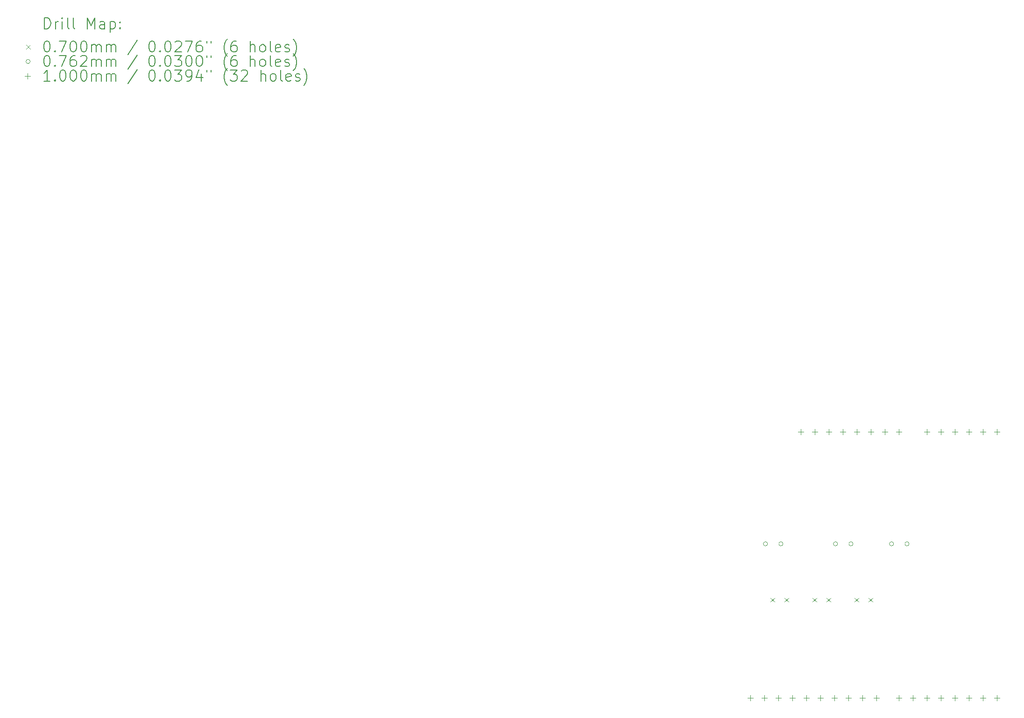
<source format=gbr>
%TF.GenerationSoftware,KiCad,Pcbnew,(6.0.7)*%
%TF.CreationDate,2022-08-16T17:30:39+09:00*%
%TF.ProjectId,uno_shield,756e6f5f-7368-4696-956c-642e6b696361,rev?*%
%TF.SameCoordinates,Original*%
%TF.FileFunction,Drillmap*%
%TF.FilePolarity,Positive*%
%FSLAX45Y45*%
G04 Gerber Fmt 4.5, Leading zero omitted, Abs format (unit mm)*
G04 Created by KiCad (PCBNEW (6.0.7)) date 2022-08-16 17:30:39*
%MOMM*%
%LPD*%
G01*
G04 APERTURE LIST*
%ADD10C,0.200000*%
%ADD11C,0.070000*%
%ADD12C,0.076200*%
%ADD13C,0.100000*%
G04 APERTURE END LIST*
D10*
D11*
X13427000Y-10633000D02*
X13497000Y-10703000D01*
X13497000Y-10633000D02*
X13427000Y-10703000D01*
X13681000Y-10633000D02*
X13751000Y-10703000D01*
X13751000Y-10633000D02*
X13681000Y-10703000D01*
X14189000Y-10633000D02*
X14259000Y-10703000D01*
X14259000Y-10633000D02*
X14189000Y-10703000D01*
X14443000Y-10633000D02*
X14513000Y-10703000D01*
X14513000Y-10633000D02*
X14443000Y-10703000D01*
X14951000Y-10633000D02*
X15021000Y-10703000D01*
X15021000Y-10633000D02*
X14951000Y-10703000D01*
X15205000Y-10633000D02*
X15275000Y-10703000D01*
X15275000Y-10633000D02*
X15205000Y-10703000D01*
D12*
X13370100Y-9652000D02*
G75*
G03*
X13370100Y-9652000I-38100J0D01*
G01*
X13650100Y-9652000D02*
G75*
G03*
X13650100Y-9652000I-38100J0D01*
G01*
X14640100Y-9652000D02*
G75*
G03*
X14640100Y-9652000I-38100J0D01*
G01*
X14920100Y-9652000D02*
G75*
G03*
X14920100Y-9652000I-38100J0D01*
G01*
X15656100Y-9652000D02*
G75*
G03*
X15656100Y-9652000I-38100J0D01*
G01*
X15936100Y-9652000D02*
G75*
G03*
X15936100Y-9652000I-38100J0D01*
G01*
D13*
X13056000Y-12396000D02*
X13056000Y-12496000D01*
X13006000Y-12446000D02*
X13106000Y-12446000D01*
X13310000Y-12396000D02*
X13310000Y-12496000D01*
X13260000Y-12446000D02*
X13360000Y-12446000D01*
X13564000Y-12396000D02*
X13564000Y-12496000D01*
X13514000Y-12446000D02*
X13614000Y-12446000D01*
X13818000Y-12396000D02*
X13818000Y-12496000D01*
X13768000Y-12446000D02*
X13868000Y-12446000D01*
X13970000Y-7570000D02*
X13970000Y-7670000D01*
X13920000Y-7620000D02*
X14020000Y-7620000D01*
X14072000Y-12396000D02*
X14072000Y-12496000D01*
X14022000Y-12446000D02*
X14122000Y-12446000D01*
X14224000Y-7570000D02*
X14224000Y-7670000D01*
X14174000Y-7620000D02*
X14274000Y-7620000D01*
X14326000Y-12396000D02*
X14326000Y-12496000D01*
X14276000Y-12446000D02*
X14376000Y-12446000D01*
X14478000Y-7570000D02*
X14478000Y-7670000D01*
X14428000Y-7620000D02*
X14528000Y-7620000D01*
X14580000Y-12396000D02*
X14580000Y-12496000D01*
X14530000Y-12446000D02*
X14630000Y-12446000D01*
X14732000Y-7570000D02*
X14732000Y-7670000D01*
X14682000Y-7620000D02*
X14782000Y-7620000D01*
X14834000Y-12396000D02*
X14834000Y-12496000D01*
X14784000Y-12446000D02*
X14884000Y-12446000D01*
X14986000Y-7570000D02*
X14986000Y-7670000D01*
X14936000Y-7620000D02*
X15036000Y-7620000D01*
X15088000Y-12396000D02*
X15088000Y-12496000D01*
X15038000Y-12446000D02*
X15138000Y-12446000D01*
X15240000Y-7570000D02*
X15240000Y-7670000D01*
X15190000Y-7620000D02*
X15290000Y-7620000D01*
X15342000Y-12396000D02*
X15342000Y-12496000D01*
X15292000Y-12446000D02*
X15392000Y-12446000D01*
X15494000Y-7570000D02*
X15494000Y-7670000D01*
X15444000Y-7620000D02*
X15544000Y-7620000D01*
X15748000Y-7570000D02*
X15748000Y-7670000D01*
X15698000Y-7620000D02*
X15798000Y-7620000D01*
X15748000Y-12396000D02*
X15748000Y-12496000D01*
X15698000Y-12446000D02*
X15798000Y-12446000D01*
X16002000Y-12396000D02*
X16002000Y-12496000D01*
X15952000Y-12446000D02*
X16052000Y-12446000D01*
X16256000Y-7570000D02*
X16256000Y-7670000D01*
X16206000Y-7620000D02*
X16306000Y-7620000D01*
X16256000Y-12396000D02*
X16256000Y-12496000D01*
X16206000Y-12446000D02*
X16306000Y-12446000D01*
X16510000Y-7570000D02*
X16510000Y-7670000D01*
X16460000Y-7620000D02*
X16560000Y-7620000D01*
X16510000Y-12396000D02*
X16510000Y-12496000D01*
X16460000Y-12446000D02*
X16560000Y-12446000D01*
X16764000Y-7570000D02*
X16764000Y-7670000D01*
X16714000Y-7620000D02*
X16814000Y-7620000D01*
X16764000Y-12396000D02*
X16764000Y-12496000D01*
X16714000Y-12446000D02*
X16814000Y-12446000D01*
X17018000Y-7570000D02*
X17018000Y-7670000D01*
X16968000Y-7620000D02*
X17068000Y-7620000D01*
X17018000Y-12396000D02*
X17018000Y-12496000D01*
X16968000Y-12446000D02*
X17068000Y-12446000D01*
X17272000Y-7570000D02*
X17272000Y-7670000D01*
X17222000Y-7620000D02*
X17322000Y-7620000D01*
X17272000Y-12396000D02*
X17272000Y-12496000D01*
X17222000Y-12446000D02*
X17322000Y-12446000D01*
X17526000Y-7570000D02*
X17526000Y-7670000D01*
X17476000Y-7620000D02*
X17576000Y-7620000D01*
X17526000Y-12396000D02*
X17526000Y-12496000D01*
X17476000Y-12446000D02*
X17576000Y-12446000D01*
D10*
X257619Y-310476D02*
X257619Y-110476D01*
X305238Y-110476D01*
X333810Y-120000D01*
X352857Y-139048D01*
X362381Y-158095D01*
X371905Y-196190D01*
X371905Y-224762D01*
X362381Y-262857D01*
X352857Y-281905D01*
X333810Y-300952D01*
X305238Y-310476D01*
X257619Y-310476D01*
X457619Y-310476D02*
X457619Y-177143D01*
X457619Y-215238D02*
X467143Y-196190D01*
X476667Y-186667D01*
X495714Y-177143D01*
X514762Y-177143D01*
X581429Y-310476D02*
X581429Y-177143D01*
X581429Y-110476D02*
X571905Y-120000D01*
X581429Y-129524D01*
X590952Y-120000D01*
X581429Y-110476D01*
X581429Y-129524D01*
X705238Y-310476D02*
X686190Y-300952D01*
X676667Y-281905D01*
X676667Y-110476D01*
X810000Y-310476D02*
X790952Y-300952D01*
X781428Y-281905D01*
X781428Y-110476D01*
X1038571Y-310476D02*
X1038571Y-110476D01*
X1105238Y-253333D01*
X1171905Y-110476D01*
X1171905Y-310476D01*
X1352857Y-310476D02*
X1352857Y-205714D01*
X1343333Y-186667D01*
X1324286Y-177143D01*
X1286190Y-177143D01*
X1267143Y-186667D01*
X1352857Y-300952D02*
X1333810Y-310476D01*
X1286190Y-310476D01*
X1267143Y-300952D01*
X1257619Y-281905D01*
X1257619Y-262857D01*
X1267143Y-243809D01*
X1286190Y-234286D01*
X1333810Y-234286D01*
X1352857Y-224762D01*
X1448095Y-177143D02*
X1448095Y-377143D01*
X1448095Y-186667D02*
X1467143Y-177143D01*
X1505238Y-177143D01*
X1524286Y-186667D01*
X1533809Y-196190D01*
X1543333Y-215238D01*
X1543333Y-272381D01*
X1533809Y-291429D01*
X1524286Y-300952D01*
X1505238Y-310476D01*
X1467143Y-310476D01*
X1448095Y-300952D01*
X1629048Y-291429D02*
X1638571Y-300952D01*
X1629048Y-310476D01*
X1619524Y-300952D01*
X1629048Y-291429D01*
X1629048Y-310476D01*
X1629048Y-186667D02*
X1638571Y-196190D01*
X1629048Y-205714D01*
X1619524Y-196190D01*
X1629048Y-186667D01*
X1629048Y-205714D01*
D11*
X-70000Y-605000D02*
X0Y-675000D01*
X0Y-605000D02*
X-70000Y-675000D01*
D10*
X295714Y-530476D02*
X314762Y-530476D01*
X333810Y-540000D01*
X343333Y-549524D01*
X352857Y-568571D01*
X362381Y-606667D01*
X362381Y-654286D01*
X352857Y-692381D01*
X343333Y-711428D01*
X333810Y-720952D01*
X314762Y-730476D01*
X295714Y-730476D01*
X276667Y-720952D01*
X267143Y-711428D01*
X257619Y-692381D01*
X248095Y-654286D01*
X248095Y-606667D01*
X257619Y-568571D01*
X267143Y-549524D01*
X276667Y-540000D01*
X295714Y-530476D01*
X448095Y-711428D02*
X457619Y-720952D01*
X448095Y-730476D01*
X438571Y-720952D01*
X448095Y-711428D01*
X448095Y-730476D01*
X524286Y-530476D02*
X657619Y-530476D01*
X571905Y-730476D01*
X771905Y-530476D02*
X790952Y-530476D01*
X810000Y-540000D01*
X819524Y-549524D01*
X829048Y-568571D01*
X838571Y-606667D01*
X838571Y-654286D01*
X829048Y-692381D01*
X819524Y-711428D01*
X810000Y-720952D01*
X790952Y-730476D01*
X771905Y-730476D01*
X752857Y-720952D01*
X743333Y-711428D01*
X733809Y-692381D01*
X724286Y-654286D01*
X724286Y-606667D01*
X733809Y-568571D01*
X743333Y-549524D01*
X752857Y-540000D01*
X771905Y-530476D01*
X962381Y-530476D02*
X981428Y-530476D01*
X1000476Y-540000D01*
X1010000Y-549524D01*
X1019524Y-568571D01*
X1029048Y-606667D01*
X1029048Y-654286D01*
X1019524Y-692381D01*
X1010000Y-711428D01*
X1000476Y-720952D01*
X981428Y-730476D01*
X962381Y-730476D01*
X943333Y-720952D01*
X933809Y-711428D01*
X924286Y-692381D01*
X914762Y-654286D01*
X914762Y-606667D01*
X924286Y-568571D01*
X933809Y-549524D01*
X943333Y-540000D01*
X962381Y-530476D01*
X1114762Y-730476D02*
X1114762Y-597143D01*
X1114762Y-616190D02*
X1124286Y-606667D01*
X1143333Y-597143D01*
X1171905Y-597143D01*
X1190952Y-606667D01*
X1200476Y-625714D01*
X1200476Y-730476D01*
X1200476Y-625714D02*
X1210000Y-606667D01*
X1229048Y-597143D01*
X1257619Y-597143D01*
X1276667Y-606667D01*
X1286190Y-625714D01*
X1286190Y-730476D01*
X1381429Y-730476D02*
X1381429Y-597143D01*
X1381429Y-616190D02*
X1390952Y-606667D01*
X1410000Y-597143D01*
X1438571Y-597143D01*
X1457619Y-606667D01*
X1467143Y-625714D01*
X1467143Y-730476D01*
X1467143Y-625714D02*
X1476667Y-606667D01*
X1495714Y-597143D01*
X1524286Y-597143D01*
X1543333Y-606667D01*
X1552857Y-625714D01*
X1552857Y-730476D01*
X1943333Y-520952D02*
X1771905Y-778095D01*
X2200476Y-530476D02*
X2219524Y-530476D01*
X2238571Y-540000D01*
X2248095Y-549524D01*
X2257619Y-568571D01*
X2267143Y-606667D01*
X2267143Y-654286D01*
X2257619Y-692381D01*
X2248095Y-711428D01*
X2238571Y-720952D01*
X2219524Y-730476D01*
X2200476Y-730476D01*
X2181429Y-720952D01*
X2171905Y-711428D01*
X2162381Y-692381D01*
X2152857Y-654286D01*
X2152857Y-606667D01*
X2162381Y-568571D01*
X2171905Y-549524D01*
X2181429Y-540000D01*
X2200476Y-530476D01*
X2352857Y-711428D02*
X2362381Y-720952D01*
X2352857Y-730476D01*
X2343333Y-720952D01*
X2352857Y-711428D01*
X2352857Y-730476D01*
X2486190Y-530476D02*
X2505238Y-530476D01*
X2524286Y-540000D01*
X2533810Y-549524D01*
X2543333Y-568571D01*
X2552857Y-606667D01*
X2552857Y-654286D01*
X2543333Y-692381D01*
X2533810Y-711428D01*
X2524286Y-720952D01*
X2505238Y-730476D01*
X2486190Y-730476D01*
X2467143Y-720952D01*
X2457619Y-711428D01*
X2448095Y-692381D01*
X2438571Y-654286D01*
X2438571Y-606667D01*
X2448095Y-568571D01*
X2457619Y-549524D01*
X2467143Y-540000D01*
X2486190Y-530476D01*
X2629048Y-549524D02*
X2638571Y-540000D01*
X2657619Y-530476D01*
X2705238Y-530476D01*
X2724286Y-540000D01*
X2733810Y-549524D01*
X2743333Y-568571D01*
X2743333Y-587619D01*
X2733810Y-616190D01*
X2619524Y-730476D01*
X2743333Y-730476D01*
X2810000Y-530476D02*
X2943333Y-530476D01*
X2857619Y-730476D01*
X3105238Y-530476D02*
X3067143Y-530476D01*
X3048095Y-540000D01*
X3038571Y-549524D01*
X3019524Y-578095D01*
X3010000Y-616190D01*
X3010000Y-692381D01*
X3019524Y-711428D01*
X3029048Y-720952D01*
X3048095Y-730476D01*
X3086190Y-730476D01*
X3105238Y-720952D01*
X3114762Y-711428D01*
X3124286Y-692381D01*
X3124286Y-644762D01*
X3114762Y-625714D01*
X3105238Y-616190D01*
X3086190Y-606667D01*
X3048095Y-606667D01*
X3029048Y-616190D01*
X3019524Y-625714D01*
X3010000Y-644762D01*
X3200476Y-530476D02*
X3200476Y-568571D01*
X3276667Y-530476D02*
X3276667Y-568571D01*
X3571905Y-806667D02*
X3562381Y-797143D01*
X3543333Y-768571D01*
X3533809Y-749524D01*
X3524286Y-720952D01*
X3514762Y-673333D01*
X3514762Y-635238D01*
X3524286Y-587619D01*
X3533809Y-559048D01*
X3543333Y-540000D01*
X3562381Y-511428D01*
X3571905Y-501905D01*
X3733809Y-530476D02*
X3695714Y-530476D01*
X3676667Y-540000D01*
X3667143Y-549524D01*
X3648095Y-578095D01*
X3638571Y-616190D01*
X3638571Y-692381D01*
X3648095Y-711428D01*
X3657619Y-720952D01*
X3676667Y-730476D01*
X3714762Y-730476D01*
X3733809Y-720952D01*
X3743333Y-711428D01*
X3752857Y-692381D01*
X3752857Y-644762D01*
X3743333Y-625714D01*
X3733809Y-616190D01*
X3714762Y-606667D01*
X3676667Y-606667D01*
X3657619Y-616190D01*
X3648095Y-625714D01*
X3638571Y-644762D01*
X3990952Y-730476D02*
X3990952Y-530476D01*
X4076667Y-730476D02*
X4076667Y-625714D01*
X4067143Y-606667D01*
X4048095Y-597143D01*
X4019524Y-597143D01*
X4000476Y-606667D01*
X3990952Y-616190D01*
X4200476Y-730476D02*
X4181428Y-720952D01*
X4171905Y-711428D01*
X4162381Y-692381D01*
X4162381Y-635238D01*
X4171905Y-616190D01*
X4181428Y-606667D01*
X4200476Y-597143D01*
X4229048Y-597143D01*
X4248095Y-606667D01*
X4257619Y-616190D01*
X4267143Y-635238D01*
X4267143Y-692381D01*
X4257619Y-711428D01*
X4248095Y-720952D01*
X4229048Y-730476D01*
X4200476Y-730476D01*
X4381429Y-730476D02*
X4362381Y-720952D01*
X4352857Y-701905D01*
X4352857Y-530476D01*
X4533810Y-720952D02*
X4514762Y-730476D01*
X4476667Y-730476D01*
X4457619Y-720952D01*
X4448095Y-701905D01*
X4448095Y-625714D01*
X4457619Y-606667D01*
X4476667Y-597143D01*
X4514762Y-597143D01*
X4533810Y-606667D01*
X4543333Y-625714D01*
X4543333Y-644762D01*
X4448095Y-663810D01*
X4619524Y-720952D02*
X4638571Y-730476D01*
X4676667Y-730476D01*
X4695714Y-720952D01*
X4705238Y-701905D01*
X4705238Y-692381D01*
X4695714Y-673333D01*
X4676667Y-663810D01*
X4648095Y-663810D01*
X4629048Y-654286D01*
X4619524Y-635238D01*
X4619524Y-625714D01*
X4629048Y-606667D01*
X4648095Y-597143D01*
X4676667Y-597143D01*
X4695714Y-606667D01*
X4771905Y-806667D02*
X4781429Y-797143D01*
X4800476Y-768571D01*
X4810000Y-749524D01*
X4819524Y-720952D01*
X4829048Y-673333D01*
X4829048Y-635238D01*
X4819524Y-587619D01*
X4810000Y-559048D01*
X4800476Y-540000D01*
X4781429Y-511428D01*
X4771905Y-501905D01*
D12*
X0Y-904000D02*
G75*
G03*
X0Y-904000I-38100J0D01*
G01*
D10*
X295714Y-794476D02*
X314762Y-794476D01*
X333810Y-804000D01*
X343333Y-813524D01*
X352857Y-832571D01*
X362381Y-870667D01*
X362381Y-918286D01*
X352857Y-956381D01*
X343333Y-975428D01*
X333810Y-984952D01*
X314762Y-994476D01*
X295714Y-994476D01*
X276667Y-984952D01*
X267143Y-975428D01*
X257619Y-956381D01*
X248095Y-918286D01*
X248095Y-870667D01*
X257619Y-832571D01*
X267143Y-813524D01*
X276667Y-804000D01*
X295714Y-794476D01*
X448095Y-975428D02*
X457619Y-984952D01*
X448095Y-994476D01*
X438571Y-984952D01*
X448095Y-975428D01*
X448095Y-994476D01*
X524286Y-794476D02*
X657619Y-794476D01*
X571905Y-994476D01*
X819524Y-794476D02*
X781428Y-794476D01*
X762381Y-804000D01*
X752857Y-813524D01*
X733809Y-842095D01*
X724286Y-880190D01*
X724286Y-956381D01*
X733809Y-975428D01*
X743333Y-984952D01*
X762381Y-994476D01*
X800476Y-994476D01*
X819524Y-984952D01*
X829048Y-975428D01*
X838571Y-956381D01*
X838571Y-908762D01*
X829048Y-889714D01*
X819524Y-880190D01*
X800476Y-870667D01*
X762381Y-870667D01*
X743333Y-880190D01*
X733809Y-889714D01*
X724286Y-908762D01*
X914762Y-813524D02*
X924286Y-804000D01*
X943333Y-794476D01*
X990952Y-794476D01*
X1010000Y-804000D01*
X1019524Y-813524D01*
X1029048Y-832571D01*
X1029048Y-851619D01*
X1019524Y-880190D01*
X905238Y-994476D01*
X1029048Y-994476D01*
X1114762Y-994476D02*
X1114762Y-861143D01*
X1114762Y-880190D02*
X1124286Y-870667D01*
X1143333Y-861143D01*
X1171905Y-861143D01*
X1190952Y-870667D01*
X1200476Y-889714D01*
X1200476Y-994476D01*
X1200476Y-889714D02*
X1210000Y-870667D01*
X1229048Y-861143D01*
X1257619Y-861143D01*
X1276667Y-870667D01*
X1286190Y-889714D01*
X1286190Y-994476D01*
X1381429Y-994476D02*
X1381429Y-861143D01*
X1381429Y-880190D02*
X1390952Y-870667D01*
X1410000Y-861143D01*
X1438571Y-861143D01*
X1457619Y-870667D01*
X1467143Y-889714D01*
X1467143Y-994476D01*
X1467143Y-889714D02*
X1476667Y-870667D01*
X1495714Y-861143D01*
X1524286Y-861143D01*
X1543333Y-870667D01*
X1552857Y-889714D01*
X1552857Y-994476D01*
X1943333Y-784952D02*
X1771905Y-1042095D01*
X2200476Y-794476D02*
X2219524Y-794476D01*
X2238571Y-804000D01*
X2248095Y-813524D01*
X2257619Y-832571D01*
X2267143Y-870667D01*
X2267143Y-918286D01*
X2257619Y-956381D01*
X2248095Y-975428D01*
X2238571Y-984952D01*
X2219524Y-994476D01*
X2200476Y-994476D01*
X2181429Y-984952D01*
X2171905Y-975428D01*
X2162381Y-956381D01*
X2152857Y-918286D01*
X2152857Y-870667D01*
X2162381Y-832571D01*
X2171905Y-813524D01*
X2181429Y-804000D01*
X2200476Y-794476D01*
X2352857Y-975428D02*
X2362381Y-984952D01*
X2352857Y-994476D01*
X2343333Y-984952D01*
X2352857Y-975428D01*
X2352857Y-994476D01*
X2486190Y-794476D02*
X2505238Y-794476D01*
X2524286Y-804000D01*
X2533810Y-813524D01*
X2543333Y-832571D01*
X2552857Y-870667D01*
X2552857Y-918286D01*
X2543333Y-956381D01*
X2533810Y-975428D01*
X2524286Y-984952D01*
X2505238Y-994476D01*
X2486190Y-994476D01*
X2467143Y-984952D01*
X2457619Y-975428D01*
X2448095Y-956381D01*
X2438571Y-918286D01*
X2438571Y-870667D01*
X2448095Y-832571D01*
X2457619Y-813524D01*
X2467143Y-804000D01*
X2486190Y-794476D01*
X2619524Y-794476D02*
X2743333Y-794476D01*
X2676667Y-870667D01*
X2705238Y-870667D01*
X2724286Y-880190D01*
X2733810Y-889714D01*
X2743333Y-908762D01*
X2743333Y-956381D01*
X2733810Y-975428D01*
X2724286Y-984952D01*
X2705238Y-994476D01*
X2648095Y-994476D01*
X2629048Y-984952D01*
X2619524Y-975428D01*
X2867143Y-794476D02*
X2886190Y-794476D01*
X2905238Y-804000D01*
X2914762Y-813524D01*
X2924286Y-832571D01*
X2933809Y-870667D01*
X2933809Y-918286D01*
X2924286Y-956381D01*
X2914762Y-975428D01*
X2905238Y-984952D01*
X2886190Y-994476D01*
X2867143Y-994476D01*
X2848095Y-984952D01*
X2838571Y-975428D01*
X2829048Y-956381D01*
X2819524Y-918286D01*
X2819524Y-870667D01*
X2829048Y-832571D01*
X2838571Y-813524D01*
X2848095Y-804000D01*
X2867143Y-794476D01*
X3057619Y-794476D02*
X3076667Y-794476D01*
X3095714Y-804000D01*
X3105238Y-813524D01*
X3114762Y-832571D01*
X3124286Y-870667D01*
X3124286Y-918286D01*
X3114762Y-956381D01*
X3105238Y-975428D01*
X3095714Y-984952D01*
X3076667Y-994476D01*
X3057619Y-994476D01*
X3038571Y-984952D01*
X3029048Y-975428D01*
X3019524Y-956381D01*
X3010000Y-918286D01*
X3010000Y-870667D01*
X3019524Y-832571D01*
X3029048Y-813524D01*
X3038571Y-804000D01*
X3057619Y-794476D01*
X3200476Y-794476D02*
X3200476Y-832571D01*
X3276667Y-794476D02*
X3276667Y-832571D01*
X3571905Y-1070667D02*
X3562381Y-1061143D01*
X3543333Y-1032571D01*
X3533809Y-1013524D01*
X3524286Y-984952D01*
X3514762Y-937333D01*
X3514762Y-899238D01*
X3524286Y-851619D01*
X3533809Y-823048D01*
X3543333Y-804000D01*
X3562381Y-775428D01*
X3571905Y-765905D01*
X3733809Y-794476D02*
X3695714Y-794476D01*
X3676667Y-804000D01*
X3667143Y-813524D01*
X3648095Y-842095D01*
X3638571Y-880190D01*
X3638571Y-956381D01*
X3648095Y-975428D01*
X3657619Y-984952D01*
X3676667Y-994476D01*
X3714762Y-994476D01*
X3733809Y-984952D01*
X3743333Y-975428D01*
X3752857Y-956381D01*
X3752857Y-908762D01*
X3743333Y-889714D01*
X3733809Y-880190D01*
X3714762Y-870667D01*
X3676667Y-870667D01*
X3657619Y-880190D01*
X3648095Y-889714D01*
X3638571Y-908762D01*
X3990952Y-994476D02*
X3990952Y-794476D01*
X4076667Y-994476D02*
X4076667Y-889714D01*
X4067143Y-870667D01*
X4048095Y-861143D01*
X4019524Y-861143D01*
X4000476Y-870667D01*
X3990952Y-880190D01*
X4200476Y-994476D02*
X4181428Y-984952D01*
X4171905Y-975428D01*
X4162381Y-956381D01*
X4162381Y-899238D01*
X4171905Y-880190D01*
X4181428Y-870667D01*
X4200476Y-861143D01*
X4229048Y-861143D01*
X4248095Y-870667D01*
X4257619Y-880190D01*
X4267143Y-899238D01*
X4267143Y-956381D01*
X4257619Y-975428D01*
X4248095Y-984952D01*
X4229048Y-994476D01*
X4200476Y-994476D01*
X4381429Y-994476D02*
X4362381Y-984952D01*
X4352857Y-965905D01*
X4352857Y-794476D01*
X4533810Y-984952D02*
X4514762Y-994476D01*
X4476667Y-994476D01*
X4457619Y-984952D01*
X4448095Y-965905D01*
X4448095Y-889714D01*
X4457619Y-870667D01*
X4476667Y-861143D01*
X4514762Y-861143D01*
X4533810Y-870667D01*
X4543333Y-889714D01*
X4543333Y-908762D01*
X4448095Y-927809D01*
X4619524Y-984952D02*
X4638571Y-994476D01*
X4676667Y-994476D01*
X4695714Y-984952D01*
X4705238Y-965905D01*
X4705238Y-956381D01*
X4695714Y-937333D01*
X4676667Y-927809D01*
X4648095Y-927809D01*
X4629048Y-918286D01*
X4619524Y-899238D01*
X4619524Y-889714D01*
X4629048Y-870667D01*
X4648095Y-861143D01*
X4676667Y-861143D01*
X4695714Y-870667D01*
X4771905Y-1070667D02*
X4781429Y-1061143D01*
X4800476Y-1032571D01*
X4810000Y-1013524D01*
X4819524Y-984952D01*
X4829048Y-937333D01*
X4829048Y-899238D01*
X4819524Y-851619D01*
X4810000Y-823048D01*
X4800476Y-804000D01*
X4781429Y-775428D01*
X4771905Y-765905D01*
D13*
X-50000Y-1118000D02*
X-50000Y-1218000D01*
X-100000Y-1168000D02*
X0Y-1168000D01*
D10*
X362381Y-1258476D02*
X248095Y-1258476D01*
X305238Y-1258476D02*
X305238Y-1058476D01*
X286190Y-1087048D01*
X267143Y-1106095D01*
X248095Y-1115619D01*
X448095Y-1239429D02*
X457619Y-1248952D01*
X448095Y-1258476D01*
X438571Y-1248952D01*
X448095Y-1239429D01*
X448095Y-1258476D01*
X581429Y-1058476D02*
X600476Y-1058476D01*
X619524Y-1068000D01*
X629048Y-1077524D01*
X638571Y-1096571D01*
X648095Y-1134667D01*
X648095Y-1182286D01*
X638571Y-1220381D01*
X629048Y-1239429D01*
X619524Y-1248952D01*
X600476Y-1258476D01*
X581429Y-1258476D01*
X562381Y-1248952D01*
X552857Y-1239429D01*
X543333Y-1220381D01*
X533810Y-1182286D01*
X533810Y-1134667D01*
X543333Y-1096571D01*
X552857Y-1077524D01*
X562381Y-1068000D01*
X581429Y-1058476D01*
X771905Y-1058476D02*
X790952Y-1058476D01*
X810000Y-1068000D01*
X819524Y-1077524D01*
X829048Y-1096571D01*
X838571Y-1134667D01*
X838571Y-1182286D01*
X829048Y-1220381D01*
X819524Y-1239429D01*
X810000Y-1248952D01*
X790952Y-1258476D01*
X771905Y-1258476D01*
X752857Y-1248952D01*
X743333Y-1239429D01*
X733809Y-1220381D01*
X724286Y-1182286D01*
X724286Y-1134667D01*
X733809Y-1096571D01*
X743333Y-1077524D01*
X752857Y-1068000D01*
X771905Y-1058476D01*
X962381Y-1058476D02*
X981428Y-1058476D01*
X1000476Y-1068000D01*
X1010000Y-1077524D01*
X1019524Y-1096571D01*
X1029048Y-1134667D01*
X1029048Y-1182286D01*
X1019524Y-1220381D01*
X1010000Y-1239429D01*
X1000476Y-1248952D01*
X981428Y-1258476D01*
X962381Y-1258476D01*
X943333Y-1248952D01*
X933809Y-1239429D01*
X924286Y-1220381D01*
X914762Y-1182286D01*
X914762Y-1134667D01*
X924286Y-1096571D01*
X933809Y-1077524D01*
X943333Y-1068000D01*
X962381Y-1058476D01*
X1114762Y-1258476D02*
X1114762Y-1125143D01*
X1114762Y-1144190D02*
X1124286Y-1134667D01*
X1143333Y-1125143D01*
X1171905Y-1125143D01*
X1190952Y-1134667D01*
X1200476Y-1153714D01*
X1200476Y-1258476D01*
X1200476Y-1153714D02*
X1210000Y-1134667D01*
X1229048Y-1125143D01*
X1257619Y-1125143D01*
X1276667Y-1134667D01*
X1286190Y-1153714D01*
X1286190Y-1258476D01*
X1381429Y-1258476D02*
X1381429Y-1125143D01*
X1381429Y-1144190D02*
X1390952Y-1134667D01*
X1410000Y-1125143D01*
X1438571Y-1125143D01*
X1457619Y-1134667D01*
X1467143Y-1153714D01*
X1467143Y-1258476D01*
X1467143Y-1153714D02*
X1476667Y-1134667D01*
X1495714Y-1125143D01*
X1524286Y-1125143D01*
X1543333Y-1134667D01*
X1552857Y-1153714D01*
X1552857Y-1258476D01*
X1943333Y-1048952D02*
X1771905Y-1306095D01*
X2200476Y-1058476D02*
X2219524Y-1058476D01*
X2238571Y-1068000D01*
X2248095Y-1077524D01*
X2257619Y-1096571D01*
X2267143Y-1134667D01*
X2267143Y-1182286D01*
X2257619Y-1220381D01*
X2248095Y-1239429D01*
X2238571Y-1248952D01*
X2219524Y-1258476D01*
X2200476Y-1258476D01*
X2181429Y-1248952D01*
X2171905Y-1239429D01*
X2162381Y-1220381D01*
X2152857Y-1182286D01*
X2152857Y-1134667D01*
X2162381Y-1096571D01*
X2171905Y-1077524D01*
X2181429Y-1068000D01*
X2200476Y-1058476D01*
X2352857Y-1239429D02*
X2362381Y-1248952D01*
X2352857Y-1258476D01*
X2343333Y-1248952D01*
X2352857Y-1239429D01*
X2352857Y-1258476D01*
X2486190Y-1058476D02*
X2505238Y-1058476D01*
X2524286Y-1068000D01*
X2533810Y-1077524D01*
X2543333Y-1096571D01*
X2552857Y-1134667D01*
X2552857Y-1182286D01*
X2543333Y-1220381D01*
X2533810Y-1239429D01*
X2524286Y-1248952D01*
X2505238Y-1258476D01*
X2486190Y-1258476D01*
X2467143Y-1248952D01*
X2457619Y-1239429D01*
X2448095Y-1220381D01*
X2438571Y-1182286D01*
X2438571Y-1134667D01*
X2448095Y-1096571D01*
X2457619Y-1077524D01*
X2467143Y-1068000D01*
X2486190Y-1058476D01*
X2619524Y-1058476D02*
X2743333Y-1058476D01*
X2676667Y-1134667D01*
X2705238Y-1134667D01*
X2724286Y-1144190D01*
X2733810Y-1153714D01*
X2743333Y-1172762D01*
X2743333Y-1220381D01*
X2733810Y-1239429D01*
X2724286Y-1248952D01*
X2705238Y-1258476D01*
X2648095Y-1258476D01*
X2629048Y-1248952D01*
X2619524Y-1239429D01*
X2838571Y-1258476D02*
X2876667Y-1258476D01*
X2895714Y-1248952D01*
X2905238Y-1239429D01*
X2924286Y-1210857D01*
X2933809Y-1172762D01*
X2933809Y-1096571D01*
X2924286Y-1077524D01*
X2914762Y-1068000D01*
X2895714Y-1058476D01*
X2857619Y-1058476D01*
X2838571Y-1068000D01*
X2829048Y-1077524D01*
X2819524Y-1096571D01*
X2819524Y-1144190D01*
X2829048Y-1163238D01*
X2838571Y-1172762D01*
X2857619Y-1182286D01*
X2895714Y-1182286D01*
X2914762Y-1172762D01*
X2924286Y-1163238D01*
X2933809Y-1144190D01*
X3105238Y-1125143D02*
X3105238Y-1258476D01*
X3057619Y-1048952D02*
X3010000Y-1191810D01*
X3133809Y-1191810D01*
X3200476Y-1058476D02*
X3200476Y-1096571D01*
X3276667Y-1058476D02*
X3276667Y-1096571D01*
X3571905Y-1334667D02*
X3562381Y-1325143D01*
X3543333Y-1296571D01*
X3533809Y-1277524D01*
X3524286Y-1248952D01*
X3514762Y-1201333D01*
X3514762Y-1163238D01*
X3524286Y-1115619D01*
X3533809Y-1087048D01*
X3543333Y-1068000D01*
X3562381Y-1039428D01*
X3571905Y-1029905D01*
X3629048Y-1058476D02*
X3752857Y-1058476D01*
X3686190Y-1134667D01*
X3714762Y-1134667D01*
X3733809Y-1144190D01*
X3743333Y-1153714D01*
X3752857Y-1172762D01*
X3752857Y-1220381D01*
X3743333Y-1239429D01*
X3733809Y-1248952D01*
X3714762Y-1258476D01*
X3657619Y-1258476D01*
X3638571Y-1248952D01*
X3629048Y-1239429D01*
X3829048Y-1077524D02*
X3838571Y-1068000D01*
X3857619Y-1058476D01*
X3905238Y-1058476D01*
X3924286Y-1068000D01*
X3933809Y-1077524D01*
X3943333Y-1096571D01*
X3943333Y-1115619D01*
X3933809Y-1144190D01*
X3819524Y-1258476D01*
X3943333Y-1258476D01*
X4181428Y-1258476D02*
X4181428Y-1058476D01*
X4267143Y-1258476D02*
X4267143Y-1153714D01*
X4257619Y-1134667D01*
X4238571Y-1125143D01*
X4210000Y-1125143D01*
X4190952Y-1134667D01*
X4181428Y-1144190D01*
X4390952Y-1258476D02*
X4371905Y-1248952D01*
X4362381Y-1239429D01*
X4352857Y-1220381D01*
X4352857Y-1163238D01*
X4362381Y-1144190D01*
X4371905Y-1134667D01*
X4390952Y-1125143D01*
X4419524Y-1125143D01*
X4438571Y-1134667D01*
X4448095Y-1144190D01*
X4457619Y-1163238D01*
X4457619Y-1220381D01*
X4448095Y-1239429D01*
X4438571Y-1248952D01*
X4419524Y-1258476D01*
X4390952Y-1258476D01*
X4571905Y-1258476D02*
X4552857Y-1248952D01*
X4543333Y-1229905D01*
X4543333Y-1058476D01*
X4724286Y-1248952D02*
X4705238Y-1258476D01*
X4667143Y-1258476D01*
X4648095Y-1248952D01*
X4638571Y-1229905D01*
X4638571Y-1153714D01*
X4648095Y-1134667D01*
X4667143Y-1125143D01*
X4705238Y-1125143D01*
X4724286Y-1134667D01*
X4733810Y-1153714D01*
X4733810Y-1172762D01*
X4638571Y-1191810D01*
X4810000Y-1248952D02*
X4829048Y-1258476D01*
X4867143Y-1258476D01*
X4886190Y-1248952D01*
X4895714Y-1229905D01*
X4895714Y-1220381D01*
X4886190Y-1201333D01*
X4867143Y-1191810D01*
X4838571Y-1191810D01*
X4819524Y-1182286D01*
X4810000Y-1163238D01*
X4810000Y-1153714D01*
X4819524Y-1134667D01*
X4838571Y-1125143D01*
X4867143Y-1125143D01*
X4886190Y-1134667D01*
X4962381Y-1334667D02*
X4971905Y-1325143D01*
X4990952Y-1296571D01*
X5000476Y-1277524D01*
X5010000Y-1248952D01*
X5019524Y-1201333D01*
X5019524Y-1163238D01*
X5010000Y-1115619D01*
X5000476Y-1087048D01*
X4990952Y-1068000D01*
X4971905Y-1039428D01*
X4962381Y-1029905D01*
M02*

</source>
